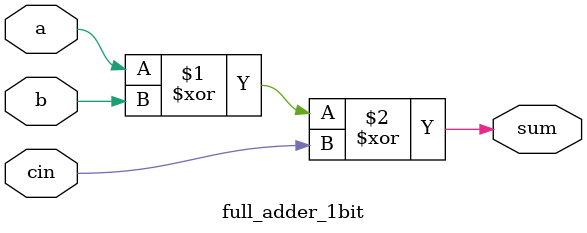
<source format=v>
module full_adder_1bit(a,b,cin,sum);
input a,b,cin;
output sum;

assign sum=a^b^cin;

endmodule

</source>
